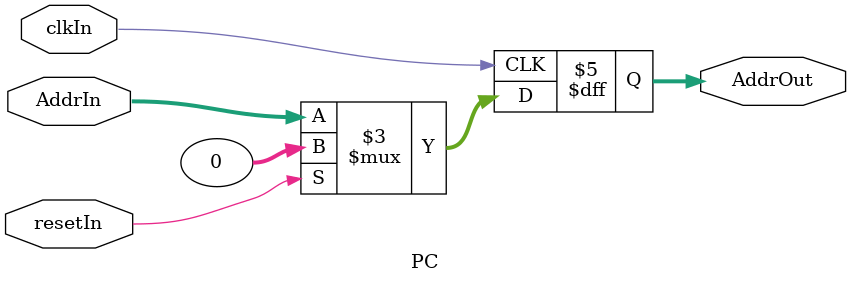
<source format=v>
module PC(clkIn,resetIn,AddrIn,AddrOut);
  input clkIn;
  input resetIn;
  input[31:0] AddrIn;
  output reg[31:0] AddrOut;

  always @(posedge clkIn) begin
    if (resetIn) AddrOut<=0;
    else AddrOut<=AddrIn;
  end
endmodule

</source>
